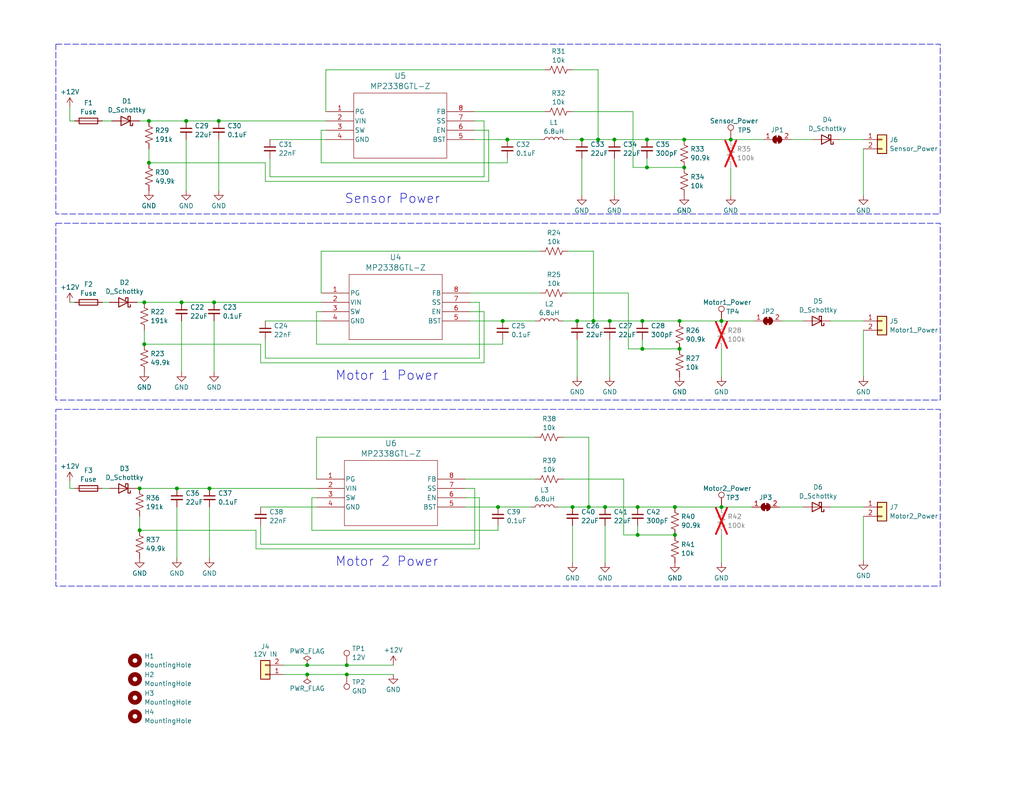
<source format=kicad_sch>
(kicad_sch (version 20230121) (generator eeschema)
  (paper "USLetter")
  (title_block (title "Power Board") (date "2025-02-27") (rev "1.0") (comment 1 "Designed By: Omkar Kulkarni"))
  (lib_symbols
    (symbol "Connector:TestPoint" (pin_numbers hide) (pin_names (offset 0.762) hide)
      (property "Reference" "TP" (at 0 6.858 0))
      (property "Value" "TestPoint" (at 0 5.08 0))
      (symbol "TestPoint_0_1"
        (circle (center 0 3.302) (radius 0.762))
      )
      (symbol "TestPoint_1_1"
        (pin passive line (at 0 0 90) (length 2.54) (name "1") (number "1"))
      )
    )
    (symbol "Connector_Generic:Conn_01x02" (pin_names (offset 1.016) hide)
      (property "Reference" "J" (at 0 2.54 0))
      (property "Value" "Conn_01x02" (at 0 -5.08 0))
      (symbol "Conn_01x02_1_1"
        (rectangle (start -1.27 -2.413) (end 0 -2.667) (stroke (width 0.1524)))
        (rectangle (start -1.27 0.127) (end 0 -0.127) (stroke (width 0.1524)))
        (rectangle (start -1.27 1.27) (end 1.27 -3.81) (stroke (width 0.254)) (fill (type background)))
        (pin passive line (at -5.08 0 0) (length 3.81) (name "Pin_1") (number "1"))
        (pin passive line (at -5.08 -2.54 0) (length 3.81) (name "Pin_2") (number "2"))
      )
    )
    (symbol "Device:C_Small" (pin_numbers hide) (pin_names (offset 0.254) hide)
      (property "Reference" "C" (at 0.254 1.778 0))
      (property "Value" "C_Small" (at 0.254 -2.032 0))
      (symbol "C_Small_0_1"
        (polyline (pts (xy -1.524 -0.508) (xy 1.524 -0.508)) (stroke (width 0.3302)))
        (polyline (pts (xy -1.524 0.508) (xy 1.524 0.508)) (stroke (width 0.3048)))
      )
      (symbol "C_Small_1_1"
        (pin passive line (at 0 2.54 270) (length 2.032) (name "~") (number "1"))
        (pin passive line (at 0 -2.54 90) (length 2.032) (name "~") (number "2"))
      )
    )
    (symbol "Device:D_Schottky" (pin_numbers hide) (pin_names (offset 1.016) hide)
      (property "Reference" "D" (at 0 2.54 0))
      (property "Value" "D_Schottky" (at 0 -2.54 0))
      (symbol "D_Schottky_0_1"
        (polyline (pts (xy 1.27 0) (xy -1.27 0)))
        (polyline (pts (xy 1.27 1.27) (xy 1.27 -1.27) (xy -1.27 0) (xy 1.27 1.27)) (stroke (width 0.254)))
        (polyline (pts (xy -1.905 0.635) (xy -1.905 1.27) (xy -1.27 1.27) (xy -1.27 -1.27) (xy -0.635 -1.27) (xy -0.635 -0.635)) (stroke (width 0.254)))
      )
      (symbol "D_Schottky_1_1"
        (pin passive line (at -3.81 0 0) (length 2.54) (name "K") (number "1"))
        (pin passive line (at 3.81 0 180) (length 2.54) (name "A") (number "2"))
      )
    )
    (symbol "Device:Fuse" (pin_numbers hide) (pin_names (offset 0))
      (property "Reference" "F" (at 2.032 0 90))
      (property "Value" "Fuse" (at -1.905 0 90))
      (symbol "Fuse_0_1"
        (rectangle (start -0.762 -2.54) (end 0.762 2.54) (stroke (width 0.254)))
        (polyline (pts (xy 0 2.54) (xy 0 -2.54)))
      )
      (symbol "Fuse_1_1"
        (pin passive line (at 0 3.81 270) (length 1.27) (name "~") (number "1"))
        (pin passive line (at 0 -3.81 90) (length 1.27) (name "~") (number "2"))
      )
    )
    (symbol "Device:R_US" (pin_numbers hide) (pin_names (offset 0))
      (property "Reference" "R" (at 2.54 0 90))
      (property "Value" "R_US" (at -2.54 0 90))
      (symbol "R_US_0_1"
        (polyline (pts (xy 0 -2.286) (xy 0 -2.54)))
        (polyline (pts (xy 0 2.286) (xy 0 2.54)))
        (polyline (pts (xy 0 -0.762) (xy 1.016 -1.143) (xy 0 -1.524) (xy -1.016 -1.905) (xy 0 -2.286)))
        (polyline (pts (xy 0 0.762) (xy 1.016 0.381) (xy 0 0) (xy -1.016 -0.381) (xy 0 -0.762)))
        (polyline (pts (xy 0 2.286) (xy 1.016 1.905) (xy 0 1.524) (xy -1.016 1.143) (xy 0 0.762)))
      )
      (symbol "R_US_1_1"
        (pin passive line (at 0 3.81 270) (length 1.27) (name "~") (number "1"))
        (pin passive line (at 0 -3.81 90) (length 1.27) (name "~") (number "2"))
      )
    )
    (symbol "Jumper:SolderJumper_2_Bridged" (pin_names (offset 0) hide)
      (property "Reference" "JP" (at 0 2.032 0))
      (property "Value" "SolderJumper_2_Bridged" (at 0 -2.54 0))
      (symbol "SolderJumper_2_Bridged_0_1"
        (rectangle (start -0.508 0.508) (end 0.508 -0.508) (fill (type outline)))
        (arc (start -0.254 1.016) (mid -1.2656 0) (end -0.254 -1.016))
        (arc (start -0.254 1.016) (mid -1.2656 0) (end -0.254 -1.016) (fill (type outline)))
        (polyline (pts (xy -0.254 1.016) (xy -0.254 -1.016)))
        (polyline (pts (xy 0.254 1.016) (xy 0.254 -1.016)))
        (arc (start 0.254 -1.016) (mid 1.2656 0) (end 0.254 1.016))
        (arc (start 0.254 -1.016) (mid 1.2656 0) (end 0.254 1.016) (fill (type outline)))
      )
      (symbol "SolderJumper_2_Bridged_1_1"
        (pin passive line (at -3.81 0 0) (length 2.54) (name "A") (number "1"))
        (pin passive line (at 3.81 0 180) (length 2.54) (name "B") (number "2"))
      )
    )
    (symbol "MP2338GTL-Z:MP2338GTL-Z" (pin_names (offset 0.254))
      (property "Reference" "U" (at 20.32 10.16 0))
      (property "Value" "MP2338GTL-Z" (at 20.32 7.62 0))
      (symbol "MP2338GTL-Z_0_1"
        (polyline (pts (xy 7.62 -12.7) (xy 33.02 -12.7)) (stroke (width 0.127)))
        (polyline (pts (xy 7.62 5.08) (xy 7.62 -12.7)) (stroke (width 0.127)))
        (polyline (pts (xy 33.02 -12.7) (xy 33.02 5.08)) (stroke (width 0.127)))
        (polyline (pts (xy 33.02 5.08) (xy 7.62 5.08)) (stroke (width 0.127)))
        (pin output line (at 0 0 0) (length 7.62) (name "PG") (number "1"))
        (pin power_in line (at 0 -2.54 0) (length 7.62) (name "VIN") (number "2"))
        (pin output line (at 0 -5.08 0) (length 7.62) (name "SW") (number "3"))
        (pin power_in line (at 0 -7.62 0) (length 7.62) (name "GND") (number "4"))
        (pin power_in line (at 40.64 -7.62 180) (length 7.62) (name "BST") (number "5"))
        (pin input line (at 40.64 -5.08 180) (length 7.62) (name "EN") (number "6"))
        (pin output line (at 40.64 0 180) (length 7.62) (name "FB") (number "8"))
      )
      (symbol "MP2338GTL-Z_1_1"
        (pin input line (at 40.64 -2.54 180) (length 7.62) (name "SS") (number "7"))
      )
    )
    (symbol "Mechanical:MountingHole" (pin_names (offset 1.016))
      (property "Reference" "H" (at 0 5.08 0))
      (property "Value" "MountingHole" (at 0 3.175 0))
      (symbol "MountingHole_0_1"
        (circle (center 0 0) (radius 1.27) (stroke (width 1.27)))
      )
    )
    (symbol "device:L" (pin_numbers hide) (pin_names (offset 1.016) hide)
      (property "Reference" "L" (at -1.27 0 90))
      (property "Value" "L" (at 1.905 0 90))
      (symbol "L_0_1"
        (arc (start 0 -2.54) (mid 0.6323 -1.905) (end 0 -1.27))
        (arc (start 0 -1.27) (mid 0.6323 -0.635) (end 0 0))
        (arc (start 0 0) (mid 0.6323 0.635) (end 0 1.27))
        (arc (start 0 1.27) (mid 0.6323 1.905) (end 0 2.54))
      )
      (symbol "L_1_1"
        (pin passive line (at 0 3.81 270) (length 1.27) (name "1") (number "1"))
        (pin passive line (at 0 -3.81 90) (length 1.27) (name "2") (number "2"))
      )
    )
    (symbol "power:+12V" (power) (pin_names (offset 0))
      (property "Value" "+12V" (at 0 3.556 0))
      (symbol "+12V_0_1"
        (polyline (pts (xy -0.762 1.27) (xy 0 2.54)))
        (polyline (pts (xy 0 0) (xy 0 2.54)))
        (polyline (pts (xy 0 2.54) (xy 0.762 1.27)))
      )
      (symbol "+12V_1_1"
        (pin power_in line (at 0 0 90) (length 0) hide (name "+12V") (number "1"))
      )
    )
    (symbol "power:GND" (power) (pin_names (offset 0))
      (property "Value" "GND" (at 0 -3.81 0))
      (symbol "GND_0_1"
        (polyline (pts (xy 0 0) (xy 0 -1.27) (xy 1.27 -1.27) (xy 0 -2.54) (xy -1.27 -1.27) (xy 0 -1.27)))
      )
      (symbol "GND_1_1"
        (pin power_in line (at 0 0 270) (length 0) hide (name "GND") (number "1"))
      )
    )
    (symbol "power:PWR_FLAG" (power) (pin_numbers hide) (pin_names (offset 0) hide)
      (property "Value" "PWR_FLAG" (at 0 3.81 0))
      (symbol "PWR_FLAG_0_0"
        (pin power_out line (at 0 0 90) (length 0) (name "pwr") (number "1"))
      )
      (symbol "PWR_FLAG_0_1"
        (polyline (pts (xy 0 0) (xy 0 1.27) (xy -1.016 1.905) (xy 0 2.54) (xy 1.016 1.905) (xy 0 1.27)))
      )
    )
  )
  (junction (at 166.37 87.63))
  (junction (at 38.1 144.78))
  (junction (at 157.48 87.63))
  (junction (at 83.82 181.61))
  (junction (at 59.69 33.02))
  (junction (at 186.69 38.1))
  (junction (at 48.26 133.35))
  (junction (at 161.925 87.63))
  (junction (at 39.37 82.55))
  (junction (at 173.99 146.05))
  (junction (at 137.16 87.63))
  (junction (at 173.99 138.43))
  (junction (at 176.53 45.72))
  (junction (at 175.26 95.25))
  (junction (at 156.21 138.43))
  (junction (at 167.64 38.1))
  (junction (at 199.39 38.1))
  (junction (at 163.195 38.1))
  (junction (at 175.26 87.63))
  (junction (at 49.53 82.55))
  (junction (at 40.64 44.45))
  (junction (at 94.615 184.15))
  (junction (at 40.64 33.02))
  (junction (at 57.15 133.35))
  (junction (at 185.42 95.25))
  (junction (at 39.37 93.98))
  (junction (at 185.42 87.63))
  (junction (at 50.8 33.02))
  (junction (at 58.42 82.55))
  (junction (at 196.85 138.43))
  (junction (at 160.655 138.43))
  (junction (at 135.89 138.43))
  (junction (at 158.75 38.1))
  (junction (at 186.69 45.72))
  (junction (at 83.82 184.15))
  (junction (at 165.1 138.43))
  (junction (at 196.85 87.63))
  (junction (at 138.43 38.1))
  (junction (at 38.1 133.35))
  (junction (at 176.53 38.1))
  (junction (at 184.15 146.05))
  (junction (at 184.15 138.43))
  (junction (at 94.615 181.61))
  (wire (pts (xy 72.39 44.45) (xy 72.39 49.53)))
  (wire (pts (xy 94.615 181.61) (xy 107.315 181.61)))
  (wire (pts (xy 87.63 35.56) (xy 88.9 35.56)))
  (wire (pts (xy 186.69 38.1) (xy 199.39 38.1)))
  (wire (pts (xy 156.21 19.05) (xy 163.195 19.05)))
  (wire (pts (xy 156.21 138.43) (xy 160.655 138.43)))
  (wire (pts (xy 196.85 95.25) (xy 196.85 102.87)))
  (wire (pts (xy 156.21 143.51) (xy 156.21 153.67)))
  (wire (pts (xy 196.85 146.05) (xy 196.85 153.67)))
  (wire (pts (xy 157.48 92.71) (xy 157.48 102.87)))
  (wire (pts (xy 94.615 184.15) (xy 107.315 184.15)))
  (wire (pts (xy 86.36 119.38) (xy 146.05 119.38)))
  (wire (pts (xy 158.75 38.1) (xy 163.195 38.1)))
  (wire (pts (xy 69.85 144.78) (xy 69.85 149.86)))
  (wire (pts (xy 166.37 92.71) (xy 166.37 102.87)))
  (wire (pts (xy 38.1 33.02) (xy 40.64 33.02)))
  (wire (pts (xy 132.08 33.02) (xy 129.54 33.02)))
  (wire (pts (xy 49.53 82.55) (xy 58.42 82.55)))
  (wire (pts (xy 58.42 82.55) (xy 87.63 82.55)))
  (wire (pts (xy 86.36 93.98) (xy 137.16 93.98)))
  (wire (pts (xy 19.05 82.55) (xy 20.32 82.55)))
  (wire (pts (xy 71.12 148.59) (xy 129.54 148.59)))
  (wire (pts (xy 166.37 87.63) (xy 175.26 87.63)))
  (wire (pts (xy 87.63 44.45) (xy 138.43 44.45)))
  (wire (pts (xy 48.26 133.35) (xy 57.15 133.35)))
  (wire (pts (xy 72.39 87.63) (xy 87.63 87.63)))
  (wire (pts (xy 199.39 45.72) (xy 199.39 53.34)))
  (wire (pts (xy 72.39 49.53) (xy 133.35 49.53)))
  (wire (pts (xy 40.64 40.64) (xy 40.64 44.45)))
  (wire (pts (xy 39.37 93.98) (xy 71.12 93.98)))
  (wire (pts (xy 226.695 87.63) (xy 235.585 87.63)))
  (wire (pts (xy 185.42 87.63) (xy 196.85 87.63)))
  (wire (pts (xy 129.54 30.48) (xy 148.59 30.48)))
  (wire (pts (xy 87.63 80.01) (xy 87.63 68.58)))
  (wire (pts (xy 171.45 95.25) (xy 175.26 95.25)))
  (wire (pts (xy 88.9 19.05) (xy 148.59 19.05)))
  (wire (pts (xy 27.94 82.55) (xy 29.845 82.55)))
  (wire (pts (xy 132.08 48.26) (xy 132.08 33.02)))
  (wire (pts (xy 173.99 138.43) (xy 184.15 138.43)))
  (wire (pts (xy 19.05 133.35) (xy 20.32 133.35)))
  (wire (pts (xy 88.9 30.48) (xy 88.9 19.05)))
  (wire (pts (xy 83.82 181.61) (xy 94.615 181.61)))
  (wire (pts (xy 38.1 140.97) (xy 38.1 144.78)))
  (wire (pts (xy 235.585 140.97) (xy 235.585 153.035)))
  (wire (pts (xy 127 130.81) (xy 146.05 130.81)))
  (wire (pts (xy 212.725 138.43) (xy 219.075 138.43)))
  (wire (pts (xy 137.16 87.63) (xy 128.27 87.63)))
  (wire (pts (xy 172.72 45.72) (xy 176.53 45.72)))
  (wire (pts (xy 69.85 149.86) (xy 130.81 149.86)))
  (wire (pts (xy 160.655 119.38) (xy 160.655 138.43)))
  (wire (pts (xy 130.81 149.86) (xy 130.81 135.89)))
  (wire (pts (xy 161.925 68.58) (xy 161.925 87.63)))
  (wire (pts (xy 152.4 138.43) (xy 156.21 138.43)))
  (wire (pts (xy 50.8 33.02) (xy 59.69 33.02)))
  (wire (pts (xy 37.465 133.35) (xy 38.1 133.35)))
  (wire (pts (xy 184.15 138.43) (xy 196.85 138.43)))
  (wire (pts (xy 71.12 138.43) (xy 86.36 138.43)))
  (wire (pts (xy 235.585 40.64) (xy 235.585 53.34)))
  (wire (pts (xy 130.81 82.55) (xy 128.27 82.55)))
  (wire (pts (xy 72.39 92.71) (xy 72.39 97.79)))
  (wire (pts (xy 196.85 87.63) (xy 205.74 87.63)))
  (wire (pts (xy 77.47 181.61) (xy 83.82 181.61)))
  (wire (pts (xy 156.21 30.48) (xy 172.72 30.48)))
  (wire (pts (xy 40.64 44.45) (xy 72.39 44.45)))
  (wire (pts (xy 167.64 43.18) (xy 167.64 53.34)))
  (wire (pts (xy 172.72 30.48) (xy 172.72 45.72)))
  (wire (pts (xy 138.43 38.1) (xy 147.32 38.1)))
  (wire (pts (xy 135.89 143.51) (xy 135.89 144.78)))
  (wire (pts (xy 37.465 82.55) (xy 39.37 82.55)))
  (wire (pts (xy 50.8 38.1) (xy 50.8 52.07)))
  (wire (pts (xy 160.655 138.43) (xy 165.1 138.43)))
  (wire (pts (xy 137.16 87.63) (xy 146.05 87.63)))
  (wire (pts (xy 173.99 143.51) (xy 173.99 146.05)))
  (wire (pts (xy 129.54 133.35) (xy 127 133.35)))
  (wire (pts (xy 154.94 38.1) (xy 158.75 38.1)))
  (wire (pts (xy 163.195 19.05) (xy 163.195 38.1)))
  (wire (pts (xy 226.695 138.43) (xy 235.585 138.43)))
  (wire (pts (xy 73.66 43.18) (xy 73.66 48.26)))
  (wire (pts (xy 19.05 33.02) (xy 20.32 33.02)))
  (wire (pts (xy 132.08 85.09) (xy 128.27 85.09)))
  (wire (pts (xy 73.66 38.1) (xy 88.9 38.1)))
  (wire (pts (xy 87.63 44.45) (xy 87.63 35.56)))
  (wire (pts (xy 196.85 138.43) (xy 205.105 138.43)))
  (wire (pts (xy 165.1 138.43) (xy 173.99 138.43)))
  (wire (pts (xy 128.27 80.01) (xy 147.32 80.01)))
  (wire (pts (xy 85.09 135.89) (xy 86.36 135.89)))
  (wire (pts (xy 161.925 87.63) (xy 166.37 87.63)))
  (wire (pts (xy 130.81 97.79) (xy 130.81 82.55)))
  (wire (pts (xy 57.15 133.35) (xy 86.36 133.35)))
  (wire (pts (xy 153.67 87.63) (xy 157.48 87.63)))
  (wire (pts (xy 137.16 92.71) (xy 137.16 93.98)))
  (wire (pts (xy 157.48 87.63) (xy 161.925 87.63)))
  (wire (pts (xy 158.75 43.18) (xy 158.75 53.34)))
  (wire (pts (xy 38.1 144.78) (xy 69.85 144.78)))
  (wire (pts (xy 71.12 93.98) (xy 71.12 99.06)))
  (wire (pts (xy 49.53 87.63) (xy 49.53 101.6)))
  (wire (pts (xy 77.47 184.15) (xy 83.82 184.15)))
  (wire (pts (xy 138.43 43.18) (xy 138.43 44.45)))
  (wire (pts (xy 176.53 45.72) (xy 186.69 45.72)))
  (wire (pts (xy 86.36 130.81) (xy 86.36 119.38)))
  (wire (pts (xy 173.99 146.05) (xy 184.15 146.05)))
  (wire (pts (xy 229.235 38.1) (xy 235.585 38.1)))
  (wire (pts (xy 86.36 93.98) (xy 86.36 85.09)))
  (wire (pts (xy 58.42 87.63) (xy 58.42 101.6)))
  (wire (pts (xy 71.12 143.51) (xy 71.12 148.59)))
  (wire (pts (xy 40.64 33.02) (xy 50.8 33.02)))
  (wire (pts (xy 153.67 130.81) (xy 170.18 130.81)))
  (wire (pts (xy 235.585 90.17) (xy 235.585 102.87)))
  (wire (pts (xy 199.39 38.1) (xy 208.28 38.1)))
  (wire (pts (xy 176.53 43.18) (xy 176.53 45.72)))
  (wire (pts (xy 57.15 138.43) (xy 57.15 152.4)))
  (wire (pts (xy 38.1 133.35) (xy 48.26 133.35)))
  (wire (pts (xy 175.26 92.71) (xy 175.26 95.25)))
  (wire (pts (xy 154.94 68.58) (xy 161.925 68.58)))
  (wire (pts (xy 165.1 143.51) (xy 165.1 153.67)))
  (wire (pts (xy 27.94 133.35) (xy 29.845 133.35)))
  (wire (pts (xy 48.26 138.43) (xy 48.26 152.4)))
  (wire (pts (xy 163.195 38.1) (xy 167.64 38.1)))
  (wire (pts (xy 130.81 135.89) (xy 127 135.89)))
  (wire (pts (xy 170.18 130.81) (xy 170.18 146.05)))
  (wire (pts (xy 87.63 68.58) (xy 147.32 68.58)))
  (wire (pts (xy 85.09 144.78) (xy 135.89 144.78)))
  (wire (pts (xy 19.05 29.21) (xy 19.05 33.02)))
  (wire (pts (xy 71.12 99.06) (xy 132.08 99.06)))
  (wire (pts (xy 215.9 38.1) (xy 221.615 38.1)))
  (wire (pts (xy 167.64 38.1) (xy 176.53 38.1)))
  (wire (pts (xy 86.36 85.09) (xy 87.63 85.09)))
  (wire (pts (xy 133.35 35.56) (xy 129.54 35.56)))
  (wire (pts (xy 135.89 138.43) (xy 127 138.43)))
  (wire (pts (xy 72.39 97.79) (xy 130.81 97.79)))
  (wire (pts (xy 59.69 33.02) (xy 88.9 33.02)))
  (wire (pts (xy 83.82 184.15) (xy 94.615 184.15)))
  (wire (pts (xy 154.94 80.01) (xy 171.45 80.01)))
  (wire (pts (xy 59.69 38.1) (xy 59.69 52.07)))
  (wire (pts (xy 39.37 90.17) (xy 39.37 93.98)))
  (wire (pts (xy 176.53 38.1) (xy 186.69 38.1)))
  (wire (pts (xy 135.89 138.43) (xy 144.78 138.43)))
  (wire (pts (xy 175.26 95.25) (xy 185.42 95.25)))
  (wire (pts (xy 39.37 82.55) (xy 49.53 82.55)))
  (wire (pts (xy 27.94 33.02) (xy 30.48 33.02)))
  (wire (pts (xy 73.66 48.26) (xy 132.08 48.26)))
  (wire (pts (xy 175.26 87.63) (xy 185.42 87.63)))
  (wire (pts (xy 138.43 38.1) (xy 129.54 38.1)))
  (wire (pts (xy 170.18 146.05) (xy 173.99 146.05)))
  (wire (pts (xy 19.05 131.445) (xy 19.05 133.35)))
  (wire (pts (xy 213.36 87.63) (xy 219.075 87.63)))
  (wire (pts (xy 171.45 80.01) (xy 171.45 95.25)))
  (wire (pts (xy 132.08 99.06) (xy 132.08 85.09)))
  (wire (pts (xy 133.35 49.53) (xy 133.35 35.56)))
  (wire (pts (xy 153.67 119.38) (xy 160.655 119.38)))
  (wire (pts (xy 85.09 144.78) (xy 85.09 135.89)))
  (wire (pts (xy 129.54 148.59) (xy 129.54 133.35)))
  (rectangle (start 15.24 12.065) (end 256.54 58.42) (stroke (width 0) (type dash)))
  (rectangle (start 15.24 60.96) (end 256.54 109.22) (stroke (width 0) (type dash)))
  (rectangle (start 15.24 111.76) (end 256.54 160.02) (stroke (width 0) (type dash)))
  (text "Motor 2 Power" (at 91.44 154.94 0) (effects (font (size 2.54 2.54)) (justify left bottom)))
  (text "Motor 1 Power" (at 91.44 104.14 0) (effects (font (size 2.54 2.54)) (justify left bottom)))
  (text "Sensor Power" (at 93.98 55.88 0) (effects (font (size 2.54 2.54)) (justify left bottom)))
  (symbol (lib_id "Device:C_Small") (at 71.12 140.97 0) (unit 1)
    (property "Reference" "C38" (at 73.4441 139.7642 0) (effects (justify left)))
    (property "Value" "22nF" (at 73.4441 142.1884 0) (effects (justify left)))
    (property "Footprint" "Capacitor_SMD:C_0805_2012Metric" (effects hide))
    (property "Link" "https://www.digikey.com/en/products/detail/kemet/C0805C223F3GECAUTO/8647267" (effects hide))
    (property "MPN" "C0805C223F3GECAUTO" (effects hide))
  )
  (symbol (lib_id "Device:R_US") (at 185.42 91.44 0) (unit 1)
    (property "Reference" "R26" (at 187.071 90.2279 0) (effects (justify left)))
    (property "Value" "90.9k" (at 187.071 92.6521 0) (effects (justify left)))
    (property "Footprint" "Resistor_SMD:R_1206_3216Metric" (effects hide))
    (property "Link" "https://www.digikey.com/en/products/detail/stackpole-electronics-inc/RNCP1206FTD90K9/2240402" (effects hide))
    (property "MPN" "RNCP1206FTD90K9" (effects hide))
  )
  (symbol (lib_id "power:GND") (at 166.37 102.87 0) (unit 1)
    (property "Reference" "#PWR032" (effects hide))
    (property "Value" "GND" (at 166.37 107.0031 0))
  )
  (symbol (lib_id "MP2338GTL-Z:MP2338GTL-Z") (at 88.9 30.48 0) (unit 1)
    (property "Reference" "U5" (at 109.22 20.7063 0) (effects (font (size 1.524 1.524))))
    (property "Value" "MP2338GTL-Z" (at 109.22 23.5391 0) (effects (font (size 1.524 1.524))))
    (property "Footprint" "SOT583_MP2338_MNP" (effects hide))
    (property "Datasheet" "MP2338GTL-Z" (effects hide))
    (property "Link" "https://www.digikey.com/en/products/detail/monolithic-power-systems-inc/MP2338GTL-Z/15966227" (effects hide))
    (property "MPN" "MP2338GTL-Z" (effects hide))
  )
  (symbol (lib_id "Mechanical:MountingHole") (at 36.83 190.5 0) (unit 1)
    (property "Reference" "H3" (at 39.37 189.2879 0) (effects (justify left)))
    (property "Value" "MountingHole" (at 39.37 191.7121 0) (effects (justify left)))
    (property "Footprint" "MountingHole:MountingHole_3.2mm_M3" (effects hide))
    (property "Link" "NA" (effects hide))
    (property "MPN" "NA" (effects hide))
  )
  (symbol (lib_id "Device:D_Schottky") (at 33.655 82.55 180) (unit 1)
    (property "Reference" "D2" (at 33.9725 77.1357 0))
    (property "Value" "D_Schottky" (at 33.9725 79.5599 0))
    (property "Footprint" "VS_30BQ015_M3_9AT:VS_30BQ015_M3_9AT" (effects hide))
    (property "Link" "https://www.digikey.com/en/products/detail/vishay-general-semiconductor-diodes-division/VS-30BQ015-M3-9AT/4933664" (effects hide))
    (property "MPN" "VS-30BQ015-M3/9AT" (effects hide))
  )
  (symbol (lib_id "Jumper:SolderJumper_2_Bridged") (at 209.55 87.63 0) (unit 1)
    (property "Reference" "JP2" (at 209.55 85.0209 0))
    (property "Value" "SolderJumper_2_Bridged" (effects hide))
    (property "Footprint" "Jumper:SolderJumper-2_P1.3mm_Bridged_RoundedPad1.0x1.5mm" (effects hide))
    (property "Link" "NA" (effects hide))
    (property "MPN" "NA" (effects hide))
  )
  (symbol (lib_id "Device:C_Small") (at 50.8 35.56 0) (unit 1)
    (property "Reference" "C29" (at 53.1241 34.3542 0) (effects (justify left)))
    (property "Value" "22uF" (at 53.1241 36.7784 0) (effects (justify left)))
    (property "Footprint" "Capacitor_SMD:C_0805_2012Metric" (effects hide))
    (property "Link" "https://www.digikey.com/en/products/detail/samsung-electro-mechanics/CL21A226MAYNNNE/10479857" (effects hide))
    (property "MPN" "CL21A226MAYNNNE" (effects hide))
  )
  (symbol (lib_id "Device:R_US") (at 199.39 41.91 0) (unit 1) (dnp yes)
    (property "Reference" "R35" (at 201.041 40.6979 0) (effects (justify left)))
    (property "Value" "100k" (at 201.041 43.1221 0) (effects (justify left)))
    (property "Footprint" "Resistor_SMD:R_0805_2012Metric" (effects hide))
    (property "Link" "https://www.digikey.com/en/products/detail/yageo/RC0805FR-07100KL/727544" (effects hide))
    (property "MPN" "RC0805FR-07100KL" (effects hide))
  )
  (symbol (lib_id "power:GND") (at 199.39 53.34 0) (unit 1)
    (property "Reference" "#PWR042" (effects hide))
    (property "Value" "GND" (at 199.39 57.4731 0))
  )
  (symbol (lib_id "Device:R_US") (at 40.64 36.83 0) (unit 1)
    (property "Reference" "R29" (at 42.291 35.6179 0) (effects (justify left)))
    (property "Value" "191k" (at 42.291 38.0421 0) (effects (justify left)))
    (property "Footprint" "Resistor_SMD:R_1210_3225Metric" (effects hide))
    (property "Link" "https://www.digikey.com/en/products/detail/panasonic-electronic-components/ERJ-14NF1913U/383936" (effects hide))
    (property "MPN" "ERJ-14NF1913U" (effects hide))
  )
  (symbol (lib_id "device:L") (at 149.86 87.63 90) (unit 1)
    (property "Reference" "L2" (at 149.86 82.9804 90))
    (property "Value" "6.8uH" (at 149.86 85.4046 90))
    (property "Footprint" "7447786006:WE-PD_6050R" (effects hide))
    (property "Link" "https://www.digikey.com/en/products/detail/w%C3%BCrth-elektronik/7447786006/2714734" (effects hide))
    (property "MPN" "7447786006" (effects hide))
  )
  (symbol (lib_id "power:GND") (at 158.75 53.34 0) (unit 1)
    (property "Reference" "#PWR039" (effects hide))
    (property "Value" "GND" (at 158.75 57.4731 0))
  )
  (symbol (lib_id "Device:C_Small") (at 173.99 140.97 0) (unit 1)
    (property "Reference" "C42" (at 176.3141 139.7642 0) (effects (justify left)))
    (property "Value" "300pF" (at 176.3141 142.1884 0) (effects (justify left)))
    (property "Footprint" "Capacitor_SMD:C_0805_2012Metric" (effects hide))
    (property "Link" "https://www.digikey.com/en/products/detail/kyocera-avx/08053C301JAT2A/1602220" (effects hide))
    (property "MPN" "08053C301JAT2A" (effects hide))
  )
  (symbol (lib_id "power:GND") (at 157.48 102.87 0) (unit 1)
    (property "Reference" "#PWR031" (effects hide))
    (property "Value" "GND" (at 157.48 107.0031 0))
  )
  (symbol (lib_id "power:GND") (at 48.26 152.4 0) (unit 1)
    (property "Reference" "#PWR045" (effects hide))
    (property "Value" "GND" (at 48.26 156.5331 0))
  )
  (symbol (lib_id "power:GND") (at 38.1 152.4 0) (unit 1)
    (property "Reference" "#PWR044" (effects hide))
    (property "Value" "GND" (at 38.1 156.5331 0))
  )
  (symbol (lib_id "Device:D_Schottky") (at 222.885 138.43 180) (unit 1)
    (property "Reference" "D6" (at 223.2025 133.0157 0))
    (property "Value" "D_Schottky" (at 223.2025 135.4399 0))
    (property "Footprint" "VS_30BQ015_M3_9AT:VS_30BQ015_M3_9AT" (effects hide))
    (property "Link" "https://www.digikey.com/en/products/detail/vishay-general-semiconductor-diodes-division/VS-30BQ015-M3-9AT/4933664" (effects hide))
    (property "MPN" "VS-30BQ015-M3/9AT" (effects hide))
  )
  (symbol (lib_id "power:GND") (at 186.69 53.34 0) (unit 1)
    (property "Reference" "#PWR041" (effects hide))
    (property "Value" "GND" (at 186.69 57.4731 0))
  )
  (symbol (lib_id "Device:C_Small") (at 137.16 90.17 0) (unit 1)
    (property "Reference" "C25" (at 139.4841 88.9642 0) (effects (justify left)))
    (property "Value" "0.1uF" (at 139.4841 91.3884 0) (effects (justify left)))
    (property "Footprint" "Capacitor_SMD:C_0603_1608Metric" (effects hide))
    (property "Link" "https://www.digikey.com/en/products/detail/kemet/C0603C103F3GECAUTO/6826352" (effects hide))
    (property "MPN" "C0603C103F3GECAUTO" (effects hide))
  )
  (symbol (lib_id "Connector:TestPoint") (at 199.39 38.1 0) (unit 1)
    (property "Reference" "TP5" (at 201.295 35.56 0) (effects (justify left)))
    (property "Value" "Sensor_Power" (at 193.675 33.02 0) (effects (justify left)))
    (property "Footprint" "TestPoint:TestPoint_Keystone_5010-5014_Multipurpose" (effects hide))
    (property "Link" "https://www.digikey.com/en/products/detail/keystone-electronics/5010/255332?gclsrc=aw.ds&&utm_adgroup=&utm_source=google&utm_medium=cpc&utm_campaign=PMax%20Shopping_Product_Medium%20ROAS%20Categories&utm_term=&utm_content=&utm_id=go_cmp-20223376311_adg-_ad-__dev-c_ext-_prd-255332_sig-CjwKCAiAt4C-BhBcEiwA8Kp0CbzsEWT3nk7iC0J-ow0SlwB4PQSze-ccz_Xyo3ZLwG__21KM-jsM1hoC9VQQAvD_BwE&gad_source=1&gclid=CjwKCAiAt4C-BhBcEiwA8Kp0CbzsEWT3nk7iC0J-ow0SlwB4PQSze-ccz_Xyo3ZLwG__21KM-jsM1hoC9VQQAvD_BwE&gclsrc=aw.ds" (effects hide))
    (property "MPN" "36-5011-ND" (effects hide))
  )
  (symbol (lib_id "Device:D_Schottky") (at 222.885 87.63 180) (unit 1)
    (property "Reference" "D5" (at 223.2025 82.2157 0))
    (property "Value" "D_Schottky" (at 223.2025 84.6399 0))
    (property "Footprint" "VS_30BQ015_M3_9AT:VS_30BQ015_M3_9AT" (effects hide))
    (property "Link" "https://www.digikey.com/en/products/detail/vishay-general-semiconductor-diodes-division/VS-30BQ015-M3-9AT/4933664" (effects hide))
    (property "MPN" "VS-30BQ015-M3/9AT" (effects hide))
  )
  (symbol (lib_id "power:GND") (at 107.315 184.15 0) (unit 1)
    (property "Reference" "#PWR025" (effects hide))
    (property "Value" "GND" (at 107.315 188.2831 0))
  )
  (symbol (lib_id "Device:C_Small") (at 175.26 90.17 0) (unit 1)
    (property "Reference" "C28" (at 177.5841 88.9642 0) (effects (justify left)))
    (property "Value" "300pF" (at 177.5841 91.3884 0) (effects (justify left)))
    (property "Footprint" "Capacitor_SMD:C_0805_2012Metric" (effects hide))
    (property "Link" "https://www.digikey.com/en/products/detail/kyocera-avx/08053C301JAT2A/1602220" (effects hide))
    (property "MPN" "08053C301JAT2A" (effects hide))
  )
  (symbol (lib_id "power:+12V") (at 19.05 29.21 0) (unit 1)
    (property "Reference" "#PWR035" (effects hide))
    (property "Value" "+12V" (at 19.05 25.0769 0))
  )
  (symbol (lib_id "power:GND") (at 59.69 52.07 0) (unit 1)
    (property "Reference" "#PWR038" (effects hide))
    (property "Value" "GND" (at 59.69 56.2031 0))
  )
  (symbol (lib_id "Device:R_US") (at 39.37 97.79 0) (unit 1)
    (property "Reference" "R23" (at 41.021 96.5779 0) (effects (justify left)))
    (property "Value" "49.9k" (at 41.021 99.0021 0) (effects (justify left)))
    (property "Footprint" "Resistor_SMD:R_2512_6332Metric" (effects hide))
    (property "Link" "https://www.digikey.com/en/products/detail/stackpole-electronics-inc/RMCF2512FT49K9/1716643" (effects hide))
    (property "MPN" "RMCF2512FT49K9" (effects hide))
  )
  (symbol (lib_id "Device:R_US") (at 40.64 48.26 0) (unit 1)
    (property "Reference" "R30" (at 42.291 47.0479 0) (effects (justify left)))
    (property "Value" "49.9k" (at 42.291 49.4721 0) (effects (justify left)))
    (property "Footprint" "Resistor_SMD:R_2512_6332Metric" (effects hide))
    (property "Link" "https://www.digikey.com/en/products/detail/stackpole-electronics-inc/RMCF2512FT49K9/1716643" (effects hide))
    (property "MPN" "RMCF2512FT49K9" (effects hide))
  )
  (symbol (lib_id "power:GND") (at 167.64 53.34 0) (unit 1)
    (property "Reference" "#PWR040" (effects hide))
    (property "Value" "GND" (at 167.64 57.4731 0))
  )
  (symbol (lib_id "Device:R_US") (at 151.13 68.58 90) (unit 1)
    (property "Reference" "R24" (at 151.13 63.5467 90))
    (property "Value" "10k" (at 151.13 65.9709 90))
    (property "Footprint" "Resistor_SMD:R_1206_3216Metric" (effects hide))
    (property "Link" "https://www.digikey.com/en/products/detail/susumu/HRG3216P-1002-B-T1/5762469" (effects hide))
    (property "MPN" "HRG3216P-1002-B-T1" (effects hide))
  )
  (symbol (lib_id "Device:R_US") (at 185.42 99.06 0) (unit 1)
    (property "Reference" "R27" (at 187.071 97.8479 0) (effects (justify left)))
    (property "Value" "10k" (at 187.071 100.2721 0) (effects (justify left)))
    (property "Footprint" "Resistor_SMD:R_1206_3216Metric" (effects hide))
    (property "Link" "https://www.digikey.com/en/products/detail/susumu/HRG3216P-1002-B-T1/5762469" (effects hide))
    (property "MPN" "HRG3216P-1002-B-T1" (effects hide))
  )
  (symbol (lib_id "Device:C_Small") (at 176.53 40.64 0) (unit 1)
    (property "Reference" "C35" (at 178.8541 39.4342 0) (effects (justify left)))
    (property "Value" "300pF" (at 178.8541 41.8584 0) (effects (justify left)))
    (property "Footprint" "Capacitor_SMD:C_0805_2012Metric" (effects hide))
    (property "Link" "https://www.digikey.com/en/products/detail/kyocera-avx/08053C301JAT2A/1602220" (effects hide))
    (property "MPN" "08053C301JAT2A" (effects hide))
  )
  (symbol (lib_id "power:GND") (at 196.85 153.67 0) (unit 1)
    (property "Reference" "#PWR050" (effects hide))
    (property "Value" "GND" (at 196.85 157.8031 0))
  )
  (symbol (lib_id "Connector_Generic:Conn_01x02") (at 240.665 87.63 0) (unit 1)
    (property "Reference" "J5" (at 242.697 87.6879 0) (effects (justify left)))
    (property "Value" "Motor1_Power" (at 242.697 90.1121 0) (effects (justify left)))
    (property "Footprint" "Connector_Molex:Molex_KK-254_AE-6410-02A_1x02_P2.54mm_Vertical" (effects hide))
    (property "Link" "https://www.digikey.com/en/products/detail/molex/1718560102/10482310" (effects hide))
    (property "MPN" "1718560102" (effects hide))
  )
  (symbol (lib_id "Device:R_US") (at 152.4 30.48 90) (unit 1)
    (property "Reference" "R32" (at 152.4 25.4467 90))
    (property "Value" "10k" (at 152.4 27.8709 90))
    (property "Footprint" "Resistor_SMD:R_1206_3216Metric" (effects hide))
    (property "Link" "https://www.digikey.com/en/products/detail/susumu/HRG3216P-1002-B-T1/5762469" (effects hide))
    (property "MPN" "HRG3216P-1002-B-T1" (effects hide))
  )
  (symbol (lib_id "Connector_Generic:Conn_01x02") (at 240.665 38.1 0) (unit 1)
    (property "Reference" "J6" (at 242.697 38.1579 0) (effects (justify left)))
    (property "Value" "Sensor_Power" (at 242.697 40.5821 0) (effects (justify left)))
    (property "Footprint" "Connector_Molex:Molex_KK-254_AE-6410-02A_1x02_P2.54mm_Vertical" (effects hide))
    (property "Link" "https://www.digikey.com/en/products/detail/molex/1718560102/10482310" (effects hide))
    (property "MPN" "1718560102" (effects hide))
  )
  (symbol (lib_id "power:GND") (at 235.585 53.34 0) (unit 1)
    (property "Reference" "#PWR01" (effects hide))
    (property "Value" "GND" (at 235.585 57.4731 0))
  )
  (symbol (lib_id "Device:C_Small") (at 156.21 140.97 0) (unit 1)
    (property "Reference" "C40" (at 158.5341 139.7642 0) (effects (justify left)))
    (property "Value" "22uF" (at 158.5341 142.1884 0) (effects (justify left)))
    (property "Footprint" "Capacitor_SMD:C_0805_2012Metric" (effects hide))
    (property "Link" "https://www.digikey.com/en/products/detail/samsung-electro-mechanics/CL21A226MAYNNNE/10479857" (effects hide))
    (property "MPN" "CL21A226MAYNNNE" (effects hide))
  )
  (symbol (lib_id "power:GND") (at 39.37 101.6 0) (unit 1)
    (property "Reference" "#PWR028" (effects hide))
    (property "Value" "GND" (at 39.37 105.7331 0))
  )
  (symbol (lib_id "Device:C_Small") (at 138.43 40.64 0) (unit 1)
    (property "Reference" "C32" (at 140.7541 39.4342 0) (effects (justify left)))
    (property "Value" "0.1uF" (at 140.7541 41.8584 0) (effects (justify left)))
    (property "Footprint" "Capacitor_SMD:C_0603_1608Metric" (effects hide))
    (property "Link" "https://www.digikey.com/en/products/detail/kemet/C0603C103F3GECAUTO/6826352" (effects hide))
    (property "MPN" "C0603C103F3GECAUTO" (effects hide))
  )
  (symbol (lib_id "power:GND") (at 57.15 152.4 0) (unit 1)
    (property "Reference" "#PWR046" (effects hide))
    (property "Value" "GND" (at 57.15 156.5331 0))
  )
  (symbol (lib_id "Device:R_US") (at 186.69 41.91 0) (unit 1)
    (property "Reference" "R33" (at 188.341 40.6979 0) (effects (justify left)))
    (property "Value" "90.9k" (at 188.341 43.1221 0) (effects (justify left)))
    (property "Footprint" "Resistor_SMD:R_1206_3216Metric" (effects hide))
    (property "Link" "https://www.digikey.com/en/products/detail/stackpole-electronics-inc/RNCP1206FTD90K9/2240402" (effects hide))
    (property "MPN" "RNCP1206FTD90K9" (effects hide))
  )
  (symbol (lib_id "power:GND") (at 58.42 101.6 0) (unit 1)
    (property "Reference" "#PWR030" (effects hide))
    (property "Value" "GND" (at 58.42 105.7331 0))
  )
  (symbol (lib_id "power:GND") (at 184.15 153.67 0) (unit 1)
    (property "Reference" "#PWR049" (effects hide))
    (property "Value" "GND" (at 184.15 157.8031 0))
  )
  (symbol (lib_id "Device:C_Small") (at 135.89 140.97 0) (unit 1)
    (property "Reference" "C39" (at 138.2141 139.7642 0) (effects (justify left)))
    (property "Value" "0.1uF" (at 138.2141 142.1884 0) (effects (justify left)))
    (property "Footprint" "Capacitor_SMD:C_0603_1608Metric" (effects hide))
    (property "Link" "https://www.digikey.com/en/products/detail/kemet/C0603C103F3GECAUTO/6826352" (effects hide))
    (property "MPN" "C0603C103F3GECAUTO" (effects hide))
  )
  (symbol (lib_id "power:GND") (at 235.585 102.87 0) (unit 1)
    (property "Reference" "#PWR02" (effects hide))
    (property "Value" "GND" (at 235.585 107.0031 0))
  )
  (symbol (lib_id "Device:R_US") (at 38.1 148.59 0) (unit 1)
    (property "Reference" "R37" (at 39.751 147.3779 0) (effects (justify left)))
    (property "Value" "49.9k" (at 39.751 149.8021 0) (effects (justify left)))
    (property "Footprint" "Resistor_SMD:R_2512_6332Metric" (effects hide))
    (property "Link" "https://www.digikey.com/en/products/detail/stackpole-electronics-inc/RMCF2512FT49K9/1716643" (effects hide))
    (property "MPN" "RMCF2512FT49K9" (effects hide))
  )
  (symbol (lib_id "power:+12V") (at 107.315 181.61 0) (unit 1)
    (property "Reference" "#PWR026" (effects hide))
    (property "Value" "+12V" (at 107.315 177.4769 0))
  )
  (symbol (lib_id "Device:C_Small") (at 73.66 40.64 0) (unit 1)
    (property "Reference" "C31" (at 75.9841 39.4342 0) (effects (justify left)))
    (property "Value" "22nF" (at 75.9841 41.8584 0) (effects (justify left)))
    (property "Footprint" "Capacitor_SMD:C_0805_2012Metric" (effects hide))
    (property "Link" "https://www.digikey.com/en/products/detail/kemet/C0805C223F3GECAUTO/8647267" (effects hide))
    (property "MPN" "C0805C223F3GECAUTO" (effects hide))
  )
  (symbol (lib_id "device:L") (at 148.59 138.43 90) (unit 1)
    (property "Reference" "L3" (at 148.59 133.7804 90))
    (property "Value" "6.8uH" (at 148.59 136.2046 90))
    (property "Footprint" "7447786006:WE-PD_6050R" (effects hide))
    (property "Link" "https://www.digikey.com/en/products/detail/w%C3%BCrth-elektronik/7447786006/2714734" (effects hide))
    (property "MPN" "7447786006" (effects hide))
  )
  (symbol (lib_id "Device:R_US") (at 149.86 130.81 90) (unit 1)
    (property "Reference" "R39" (at 149.86 125.7767 90))
    (property "Value" "10k" (at 149.86 128.2009 90))
    (property "Footprint" "Resistor_SMD:R_1206_3216Metric" (effects hide))
    (property "Link" "https://www.digikey.com/en/products/detail/susumu/HRG3216P-1002-B-T1/5762469" (effects hide))
    (property "MPN" "HRG3216P-1002-B-T1" (effects hide))
  )
  (symbol (lib_id "power:PWR_FLAG") (at 83.82 181.61 0) (unit 1)
    (property "Reference" "#FLG01" (effects hide))
    (property "Value" "PWR_FLAG" (at 83.82 177.8 0))
  )
  (symbol (lib_id "power:+12V") (at 19.05 131.445 0) (unit 1)
    (property "Reference" "#PWR043" (effects hide))
    (property "Value" "+12V" (at 19.05 127.3119 0))
  )
  (symbol (lib_id "Device:Fuse") (at 24.13 82.55 90) (unit 1)
    (property "Reference" "F2" (at 24.13 77.6437 90))
    (property "Value" "Fuse" (at 24.13 80.0679 90))
    (property "Footprint" "4628:FUSE_4628" (effects hide))
    (property "Link" "https://www.digikey.com/en/products/detail/keystone-electronics/4628/2137316" (effects hide))
    (property "MPN" "36-4628-ND" (effects hide))
  )
  (symbol (lib_id "power:GND") (at 196.85 102.87 0) (unit 1)
    (property "Reference" "#PWR034" (effects hide))
    (property "Value" "GND" (at 196.85 107.0031 0))
  )
  (symbol (lib_id "Device:C_Small") (at 59.69 35.56 0) (unit 1)
    (property "Reference" "C30" (at 62.0141 34.3542 0) (effects (justify left)))
    (property "Value" "0.1uF" (at 62.0141 36.7784 0) (effects (justify left)))
    (property "Footprint" "Capacitor_SMD:C_0603_1608Metric" (effects hide))
    (property "Link" "https://www.digikey.com/en/products/detail/kemet/C0603C103F3GECAUTO/6826352" (effects hide))
    (property "MPN" "C0603C103F3GECAUTO" (effects hide))
  )
  (symbol (lib_id "Device:C_Small") (at 58.42 85.09 0) (unit 1)
    (property "Reference" "C23" (at 60.7441 83.8842 0) (effects (justify left)))
    (property "Value" "0.1uF" (at 60.7441 86.3084 0) (effects (justify left)))
    (property "Footprint" "Capacitor_SMD:C_0603_1608Metric" (effects hide))
    (property "Link" "https://www.digikey.com/en/products/detail/kemet/C0603C103F3GECAUTO/6826352" (effects hide))
    (property "MPN" "C0603C103F3GECAUTO" (effects hide))
  )
  (symbol (lib_id "Mechanical:MountingHole") (at 36.83 185.42 0) (unit 1)
    (property "Reference" "H2" (at 39.37 184.2079 0) (effects (justify left)))
    (property "Value" "MountingHole" (at 39.37 186.6321 0) (effects (justify left)))
    (property "Footprint" "MountingHole:MountingHole_3.2mm_M3" (effects hide))
    (property "Link" "NA" (effects hide))
    (property "MPN" "NA" (effects hide))
  )
  (symbol (lib_id "Device:R_US") (at 38.1 137.16 0) (unit 1)
    (property "Reference" "R36" (at 39.751 135.9479 0) (effects (justify left)))
    (property "Value" "191k" (at 39.751 138.3721 0) (effects (justify left)))
    (property "Footprint" "Resistor_SMD:R_1210_3225Metric" (effects hide))
    (property "Link" "https://www.digikey.com/en/products/detail/panasonic-electronic-components/ERJ-14NF1913U/383936" (effects hide))
    (property "MPN" "ERJ-14NF1913U" (effects hide))
  )
  (symbol (lib_id "Device:R_US") (at 152.4 19.05 90) (unit 1)
    (property "Reference" "R31" (at 152.4 14.0167 90))
    (property "Value" "10k" (at 152.4 16.4409 90))
    (property "Footprint" "Resistor_SMD:R_1206_3216Metric" (effects hide))
    (property "Link" "https://www.digikey.com/en/products/detail/susumu/HRG3216P-1002-B-T1/5762469" (effects hide))
    (property "MPN" "HRG3216P-1002-B-T1" (effects hide))
  )
  (symbol (lib_id "Device:D_Schottky") (at 34.29 33.02 180) (unit 1)
    (property "Reference" "D1" (at 34.6075 27.6057 0))
    (property "Value" "D_Schottky" (at 34.6075 30.0299 0))
    (property "Footprint" "VS_30BQ015_M3_9AT:VS_30BQ015_M3_9AT" (effects hide))
    (property "Link" "https://www.digikey.com/en/products/detail/vishay-general-semiconductor-diodes-division/VS-30BQ015-M3-9AT/4933664" (effects hide))
    (property "MPN" "VS-30BQ015-M3/9AT" (effects hide))
  )
  (symbol (lib_id "power:GND") (at 235.585 153.035 0) (unit 1)
    (property "Reference" "#PWR03" (effects hide))
    (property "Value" "GND" (at 235.585 157.1681 0))
  )
  (symbol (lib_id "Jumper:SolderJumper_2_Bridged") (at 208.915 138.43 0) (unit 1)
    (property "Reference" "JP3" (at 208.915 135.8209 0))
    (property "Value" "SolderJumper_2_Bridged" (effects hide))
    (property "Footprint" "Jumper:SolderJumper-2_P1.3mm_Bridged_RoundedPad1.0x1.5mm" (effects hide))
    (property "Link" "NA" (effects hide))
    (property "MPN" "NA" (effects hide))
  )
  (symbol (lib_id "MP2338GTL-Z:MP2338GTL-Z") (at 86.36 130.81 0) (unit 1)
    (property "Reference" "U6" (at 106.68 121.0363 0) (effects (font (size 1.524 1.524))))
    (property "Value" "MP2338GTL-Z" (at 106.68 123.8691 0) (effects (font (size 1.524 1.524))))
    (property "Footprint" "SOT583_MP2338_MNP" (effects hide))
    (property "Datasheet" "MP2338GTL-Z" (effects hide))
    (property "Link" "https://www.digikey.com/en/products/detail/monolithic-power-systems-inc/MP2338GTL-Z/15966227" (effects hide))
    (property "MPN" "MP2338GTL-Z" (effects hide))
  )
  (symbol (lib_id "power:GND") (at 49.53 101.6 0) (unit 1)
    (property "Reference" "#PWR029" (effects hide))
    (property "Value" "GND" (at 49.53 105.7331 0))
  )
  (symbol (lib_id "Device:R_US") (at 186.69 49.53 0) (unit 1)
    (property "Reference" "R34" (at 188.341 48.3179 0) (effects (justify left)))
    (property "Value" "10k" (at 188.341 50.7421 0) (effects (justify left)))
    (property "Footprint" "Resistor_SMD:R_1206_3216Metric" (effects hide))
    (property "Link" "https://www.digikey.com/en/products/detail/susumu/HRG3216P-1002-B-T1/5762469" (effects hide))
    (property "MPN" "HRG3216P-1002-B-T1" (effects hide))
  )
  (symbol (lib_id "Device:R_US") (at 196.85 142.24 0) (unit 1) (dnp yes)
    (property "Reference" "R42" (at 198.501 141.0279 0) (effects (justify left)))
    (property "Value" "100k" (at 198.501 143.4521 0) (effects (justify left)))
    (property "Footprint" "Resistor_SMD:R_0805_2012Metric" (effects hide))
    (property "Link" "https://www.digikey.com/en/products/detail/yageo/RC0805FR-07100KL/727544" (effects hide))
    (property "MPN" "RC0805FR-07100KL" (effects hide))
  )
  (symbol (lib_id "Device:R_US") (at 151.13 80.01 90) (unit 1)
    (property "Reference" "R25" (at 151.13 74.9767 90))
    (property "Value" "10k" (at 151.13 77.4009 90))
    (property "Footprint" "Resistor_SMD:R_1206_3216Metric" (effects hide))
    (property "Link" "https://www.digikey.com/en/products/detail/susumu/HRG3216P-1002-B-T1/5762469" (effects hide))
    (property "MPN" "HRG3216P-1002-B-T1" (effects hide))
  )
  (symbol (lib_id "Device:C_Small") (at 48.26 135.89 0) (unit 1)
    (property "Reference" "C36" (at 50.5841 134.6842 0) (effects (justify left)))
    (property "Value" "22uF" (at 50.5841 137.1084 0) (effects (justify left)))
    (property "Footprint" "Capacitor_SMD:C_0805_2012Metric" (effects hide))
    (property "Link" "https://www.digikey.com/en/products/detail/samsung-electro-mechanics/CL21A226MAYNNNE/10479857" (effects hide))
    (property "MPN" "CL21A226MAYNNNE" (effects hide))
  )
  (symbol (lib_id "Device:C_Small") (at 49.53 85.09 0) (unit 1)
    (property "Reference" "C22" (at 51.8541 83.8842 0) (effects (justify left)))
    (property "Value" "22uF" (at 51.8541 86.3084 0) (effects (justify left)))
    (property "Footprint" "Capacitor_SMD:C_0805_2012Metric" (effects hide))
    (property "Link" "https://www.digikey.com/en/products/detail/samsung-electro-mechanics/CL21A226MAYNNNE/10479857" (effects hide))
    (property "MPN" "CL21A226MAYNNNE" (effects hide))
  )
  (symbol (lib_id "Device:Fuse") (at 24.13 33.02 90) (unit 1)
    (property "Reference" "F1" (at 24.13 28.1137 90))
    (property "Value" "Fuse" (at 24.13 30.5379 90))
    (property "Footprint" "4628:FUSE_4628" (effects hide))
    (property "Link" "https://www.digikey.com/en/products/detail/keystone-electronics/4628/2137316" (effects hide))
    (property "MPN" "36-4628-ND" (effects hide))
  )
  (symbol (lib_id "Jumper:SolderJumper_2_Bridged") (at 212.09 38.1 0) (unit 1)
    (property "Reference" "JP1" (at 212.09 35.4909 0))
    (property "Value" "SolderJumper_2_Bridged" (effects hide))
    (property "Footprint" "Jumper:SolderJumper-2_P1.3mm_Bridged_RoundedPad1.0x1.5mm" (effects hide))
    (property "Link" "NA" (effects hide))
    (property "MPN" "NA" (effects hide))
  )
  (symbol (lib_id "Connector_Generic:Conn_01x02") (at 240.665 138.43 0) (unit 1)
    (property "Reference" "J7" (at 242.697 138.4879 0) (effects (justify left)))
    (property "Value" "Motor2_Power" (at 242.697 140.9121 0) (effects (justify left)))
    (property "Footprint" "Connector_Molex:Molex_KK-254_AE-6410-02A_1x02_P2.54mm_Vertical" (effects hide))
    (property "Link" "https://www.digikey.com/en/products/detail/molex/1718560102/10482310" (effects hide))
    (property "MPN" "1718560102" (effects hide))
  )
  (symbol (lib_id "Device:C_Small") (at 166.37 90.17 0) (unit 1)
    (property "Reference" "C27" (at 168.6941 88.9642 0) (effects (justify left)))
    (property "Value" "22uF" (at 168.6941 91.3884 0) (effects (justify left)))
    (property "Footprint" "Capacitor_SMD:C_0805_2012Metric" (effects hide))
    (property "Link" "https://www.digikey.com/en/products/detail/samsung-electro-mechanics/CL21A226MAYNNNE/10479857" (effects hide))
    (property "MPN" "CL21A226MAYNNNE" (effects hide))
  )
  (symbol (lib_id "Mechanical:MountingHole") (at 36.83 195.58 0) (unit 1)
    (property "Reference" "H4" (at 39.37 194.3679 0) (effects (justify left)))
    (property "Value" "MountingHole" (at 39.37 196.7921 0) (effects (justify left)))
    (property "Footprint" "MountingHole:MountingHole_3.2mm_M3" (effects hide))
    (property "Link" "NA" (effects hide))
    (property "MPN" "NA" (effects hide))
  )
  (symbol (lib_id "Device:D_Schottky") (at 225.425 38.1 180) (unit 1)
    (property "Reference" "D4" (at 225.7425 32.6857 0))
    (property "Value" "D_Schottky" (at 225.7425 35.1099 0))
    (property "Footprint" "VS_30BQ015_M3_9AT:VS_30BQ015_M3_9AT" (effects hide))
    (property "Link" "https://www.digikey.com/en/products/detail/vishay-general-semiconductor-diodes-division/VS-30BQ015-M3-9AT/4933664" (effects hide))
    (property "MPN" "VS-30BQ015-M3/9AT" (effects hide))
  )
  (symbol (lib_id "power:GND") (at 165.1 153.67 0) (unit 1)
    (property "Reference" "#PWR048" (effects hide))
    (property "Value" "GND" (at 165.1 157.8031 0))
  )
  (symbol (lib_id "Device:R_US") (at 184.15 142.24 0) (unit 1)
    (property "Reference" "R40" (at 185.801 141.0279 0) (effects (justify left)))
    (property "Value" "90.9k" (at 185.801 143.4521 0) (effects (justify left)))
    (property "Footprint" "Resistor_SMD:R_1206_3216Metric" (effects hide))
    (property "Link" "https://www.digikey.com/en/products/detail/stackpole-electronics-inc/RNCP1206FTD90K9/2240402" (effects hide))
    (property "MPN" "RNCP1206FTD90K9" (effects hide))
  )
  (symbol (lib_id "Connector:TestPoint") (at 94.615 184.15 180) (unit 1)
    (property "Reference" "TP2" (at 96.012 186.2399 0) (effects (justify right)))
    (property "Value" "GND" (at 96.012 188.6641 0) (effects (justify right)))
    (property "Footprint" "TestPoint:TestPoint_Keystone_5010-5014_Multipurpose" (effects hide))
    (property "Link" "https://www.digikey.com/en/products/detail/keystone-electronics/5011/255333" (effects hide))
    (property "MPN" "36-5011-ND" (effects hide))
  )
  (symbol (lib_id "Device:C_Small") (at 157.48 90.17 0) (unit 1)
    (property "Reference" "C26" (at 159.8041 88.9642 0) (effects (justify left)))
    (property "Value" "22uF" (at 159.8041 91.3884 0) (effects (justify left)))
    (property "Footprint" "Capacitor_SMD:C_0805_2012Metric" (effects hide))
    (property "Link" "https://www.digikey.com/en/products/detail/samsung-electro-mechanics/CL21A226MAYNNNE/10479857" (effects hide))
    (property "MPN" "CL21A226MAYNNNE" (effects hide))
  )
  (symbol (lib_id "Device:C_Small") (at 158.75 40.64 0) (unit 1)
    (property "Reference" "C33" (at 161.0741 39.4342 0) (effects (justify left)))
    (property "Value" "22uF" (at 161.0741 41.8584 0) (effects (justify left)))
    (property "Footprint" "Capacitor_SMD:C_0805_2012Metric" (effects hide))
    (property "Link" "https://www.digikey.com/en/products/detail/samsung-electro-mechanics/CL21A226MAYNNNE/10479857" (effects hide))
    (property "MPN" "CL21A226MAYNNNE" (effects hide))
  )
  (symbol (lib_id "Device:R_US") (at 184.15 149.86 0) (unit 1)
    (property "Reference" "R41" (at 185.801 148.6479 0) (effects (justify left)))
    (property "Value" "10k" (at 185.801 151.0721 0) (effects (justify left)))
    (property "Footprint" "Resistor_SMD:R_1206_3216Metric" (effects hide))
    (property "Link" "https://www.digikey.com/en/products/detail/susumu/HRG3216P-1002-B-T1/5762469" (effects hide))
    (property "MPN" "HRG3216P-1002-B-T1" (effects hide))
  )
  (symbol (lib_id "Connector:TestPoint") (at 196.85 87.63 0) (unit 1)
    (property "Reference" "TP4" (at 198.12 85.09 0) (effects (justify left)))
    (property "Value" "Motor1_Power" (at 191.77 82.55 0) (effects (justify left)))
    (property "Footprint" "TestPoint:TestPoint_Keystone_5010-5014_Multipurpose" (effects hide))
    (property "Link" "https://www.digikey.com/en/products/detail/keystone-electronics/5010/255332?gclsrc=aw.ds&&utm_adgroup=&utm_source=google&utm_medium=cpc&utm_campaign=PMax%20Shopping_Product_Medium%20ROAS%20Categories&utm_term=&utm_content=&utm_id=go_cmp-20223376311_adg-_ad-__dev-c_ext-_prd-255332_sig-CjwKCAiAt4C-BhBcEiwA8Kp0CbzsEWT3nk7iC0J-ow0SlwB4PQSze-ccz_Xyo3ZLwG__21KM-jsM1hoC9VQQAvD_BwE&gad_source=1&gclid=CjwKCAiAt4C-BhBcEiwA8Kp0CbzsEWT3nk7iC0J-ow0SlwB4PQSze-ccz_Xyo3ZLwG__21KM-jsM1hoC9VQQAvD_BwE&gclsrc=aw.ds" (effects hide))
    (property "MPN" "36-5011-ND" (effects hide))
  )
  (symbol (lib_id "Device:C_Small") (at 165.1 140.97 0) (unit 1)
    (property "Reference" "C41" (at 167.4241 139.7642 0) (effects (justify left)))
    (property "Value" "22uF" (at 167.4241 142.1884 0) (effects (justify left)))
    (property "Footprint" "Capacitor_SMD:C_0805_2012Metric" (effects hide))
    (property "Link" "https://www.digikey.com/en/products/detail/samsung-electro-mechanics/CL21A226MAYNNNE/10479857" (effects hide))
    (property "MPN" "CL21A226MAYNNNE" (effects hide))
  )
  (symbol (lib_id "Device:R_US") (at 196.85 91.44 0) (unit 1) (dnp yes)
    (property "Reference" "R28" (at 198.501 90.2279 0) (effects (justify left)))
    (property "Value" "100k" (at 198.501 92.6521 0) (effects (justify left)))
    (property "Footprint" "Resistor_SMD:R_0805_2012Metric" (effects hide))
    (property "Link" "https://www.digikey.com/en/products/detail/yageo/RC0805FR-07100KL/727544" (effects hide))
    (property "MPN" "RC0805FR-07100KL" (effects hide))
  )
  (symbol (lib_id "Connector:TestPoint") (at 196.85 138.43 0) (unit 1)
    (property "Reference" "TP3" (at 198.12 135.89 0) (effects (justify left)))
    (property "Value" "Motor2_Power" (at 191.77 133.35 0) (effects (justify left)))
    (property "Footprint" "TestPoint:TestPoint_Keystone_5010-5014_Multipurpose" (effects hide))
    (property "Link" "https://www.digikey.com/en/products/detail/keystone-electronics/5010/255332?gclsrc=aw.ds&&utm_adgroup=&utm_source=google&utm_medium=cpc&utm_campaign=PMax%20Shopping_Product_Medium%20ROAS%20Categories&utm_term=&utm_content=&utm_id=go_cmp-20223376311_adg-_ad-__dev-c_ext-_prd-255332_sig-CjwKCAiAt4C-BhBcEiwA8Kp0CbzsEWT3nk7iC0J-ow0SlwB4PQSze-ccz_Xyo3ZLwG__21KM-jsM1hoC9VQQAvD_BwE&gad_source=1&gclid=CjwKCAiAt4C-BhBcEiwA8Kp0CbzsEWT3nk7iC0J-ow0SlwB4PQSze-ccz_Xyo3ZLwG__21KM-jsM1hoC9VQQAvD_BwE&gclsrc=aw.ds" (effects hide))
    (property "MPN" "36-5011-ND" (effects hide))
  )
  (symbol (lib_id "Device:C_Small") (at 57.15 135.89 0) (unit 1)
    (property "Reference" "C37" (at 59.4741 134.6842 0) (effects (justify left)))
    (property "Value" "0.1uF" (at 59.4741 137.1084 0) (effects (justify left)))
    (property "Footprint" "Capacitor_SMD:C_0603_1608Metric" (effects hide))
    (property "Link" "https://www.digikey.com/en/products/detail/kemet/C0603C103F3GECAUTO/6826352" (effects hide))
    (property "MPN" "C0603C103F3GECAUTO" (effects hide))
  )
  (symbol (lib_id "Device:C_Small") (at 72.39 90.17 0) (unit 1)
    (property "Reference" "C24" (at 74.7141 88.9642 0) (effects (justify left)))
    (property "Value" "22nF" (at 74.7141 91.3884 0) (effects (justify left)))
    (property "Footprint" "Capacitor_SMD:C_0805_2012Metric" (effects hide))
    (property "Link" "https://www.digikey.com/en/products/detail/kemet/C0805C223F3GECAUTO/8647267" (effects hide))
    (property "MPN" "C0805C223F3GECAUTO" (effects hide))
  )
  (symbol (lib_id "Connector:TestPoint") (at 94.615 181.61 0) (unit 1)
    (property "Reference" "TP1" (at 96.012 177.0959 0) (effects (justify left)))
    (property "Value" "12V" (at 96.012 179.5201 0) (effects (justify left)))
    (property "Footprint" "TestPoint:TestPoint_Keystone_5010-5014_Multipurpose" (effects hide))
    (property "Link" "https://www.digikey.com/en/products/detail/keystone-electronics/5010/255332?gclsrc=aw.ds&&utm_adgroup=&utm_source=google&utm_medium=cpc&utm_campaign=PMax%20Shopping_Product_Medium%20ROAS%20Categories&utm_term=&utm_content=&utm_id=go_cmp-20223376311_adg-_ad-__dev-c_ext-_prd-255332_sig-CjwKCAiAt4C-BhBcEiwA8Kp0CbzsEWT3nk7iC0J-ow0SlwB4PQSze-ccz_Xyo3ZLwG__21KM-jsM1hoC9VQQAvD_BwE&gad_source=1&gclid=CjwKCAiAt4C-BhBcEiwA8Kp0CbzsEWT3nk7iC0J-ow0SlwB4PQSze-ccz_Xyo3ZLwG__21KM-jsM1hoC9VQQAvD_BwE&gclsrc=aw.ds" (effects hide))
    (property "MPN" "36-5010-ND" (effects hide))
  )
  (symbol (lib_id "power:GND") (at 185.42 102.87 0) (unit 1)
    (property "Reference" "#PWR033" (effects hide))
    (property "Value" "GND" (at 185.42 107.0031 0))
  )
  (symbol (lib_id "Mechanical:MountingHole") (at 36.83 180.34 0) (unit 1)
    (property "Reference" "H1" (at 39.37 179.1279 0) (effects (justify left)))
    (property "Value" "MountingHole" (at 39.37 181.5521 0) (effects (justify left)))
    (property "Footprint" "MountingHole:MountingHole_3.2mm_M3" (effects hide))
    (property "Link" "NA" (effects hide))
    (property "MPN" "NA" (effects hide))
  )
  (symbol (lib_id "Device:C_Small") (at 167.64 40.64 0) (unit 1)
    (property "Reference" "C34" (at 169.9641 39.4342 0) (effects (justify left)))
    (property "Value" "22uF" (at 169.9641 41.8584 0) (effects (justify left)))
    (property "Footprint" "Capacitor_SMD:C_0805_2012Metric" (effects hide))
    (property "Link" "https://www.digikey.com/en/products/detail/samsung-electro-mechanics/CL21A226MAYNNNE/10479857" (effects hide))
    (property "MPN" "CL21A226MAYNNNE" (effects hide))
  )
  (symbol (lib_id "Device:R_US") (at 39.37 86.36 0) (unit 1)
    (property "Reference" "R22" (at 41.021 85.1479 0) (effects (justify left)))
    (property "Value" "191k" (at 41.021 87.5721 0) (effects (justify left)))
    (property "Footprint" "Resistor_SMD:R_1210_3225Metric" (effects hide))
    (property "Link" "https://www.digikey.com/en/products/detail/panasonic-electronic-components/ERJ-14NF1913U/383936" (effects hide))
    (property "MPN" "ERJ-14NF1913U" (effects hide))
  )
  (symbol (lib_id "Device:D_Schottky") (at 33.655 133.35 180) (unit 1)
    (property "Reference" "D3" (at 33.9725 127.9357 0))
    (property "Value" "D_Schottky" (at 33.9725 130.3599 0))
    (property "Footprint" "VS_30BQ015_M3_9AT:VS_30BQ015_M3_9AT" (effects hide))
    (property "Link" "https://www.digikey.com/en/products/detail/vishay-general-semiconductor-diodes-division/VS-30BQ015-M3-9AT/4933664" (effects hide))
    (property "MPN" "VS-30BQ015-M3/9AT" (effects hide))
  )
  (symbol (lib_id "power:+12V") (at 19.05 82.55 0) (unit 1)
    (property "Reference" "#PWR027" (effects hide))
    (property "Value" "+12V" (at 19.05 78.4169 0))
  )
  (symbol (lib_id "power:GND") (at 156.21 153.67 0) (unit 1)
    (property "Reference" "#PWR047" (effects hide))
    (property "Value" "GND" (at 156.21 157.8031 0))
  )
  (symbol (lib_id "Device:R_US") (at 149.86 119.38 90) (unit 1)
    (property "Reference" "R38" (at 149.86 114.3467 90))
    (property "Value" "10k" (at 149.86 116.7709 90))
    (property "Footprint" "Resistor_SMD:R_1206_3216Metric" (effects hide))
    (property "Link" "https://www.digikey.com/en/products/detail/susumu/HRG3216P-1002-B-T1/5762469" (effects hide))
    (property "MPN" "HRG3216P-1002-B-T1" (effects hide))
  )
  (symbol (lib_id "MP2338GTL-Z:MP2338GTL-Z") (at 87.63 80.01 0) (unit 1)
    (property "Reference" "U4" (at 107.95 70.2363 0) (effects (font (size 1.524 1.524))))
    (property "Value" "MP2338GTL-Z" (at 107.95 73.0691 0) (effects (font (size 1.524 1.524))))
    (property "Footprint" "SOT583_MP2338_MNP" (effects hide))
    (property "Datasheet" "MP2338GTL-Z" (effects hide))
    (property "Link" "https://www.digikey.com/en/products/detail/monolithic-power-systems-inc/MP2338GTL-Z/15966227" (effects hide))
    (property "MPN" "MP2338GTL-Z" (effects hide))
  )
  (symbol (lib_id "power:GND") (at 50.8 52.07 0) (unit 1)
    (property "Reference" "#PWR037" (effects hide))
    (property "Value" "GND" (at 50.8 56.2031 0))
  )
  (symbol (lib_id "power:GND") (at 40.64 52.07 0) (unit 1)
    (property "Reference" "#PWR036" (effects hide))
    (property "Value" "GND" (at 40.64 56.2031 0))
  )
  (symbol (lib_id "device:L") (at 151.13 38.1 90) (unit 1)
    (property "Reference" "L1" (at 151.13 33.4504 90))
    (property "Value" "6.8uH" (at 151.13 35.8746 90))
    (property "Footprint" "7447786006:WE-PD_6050R" (effects hide))
    (property "Link" "https://www.digikey.com/en/products/detail/w%C3%BCrth-elektronik/7447786006/2714734" (effects hide))
    (property "MPN" "7447786006" (effects hide))
  )
  (symbol (lib_id "Connector_Generic:Conn_01x02") (at 72.39 184.15 180) (unit 1)
    (property "Reference" "J4" (at 72.39 176.53 0))
    (property "Value" "12V IN" (at 72.39 178.6199 0))
    (property "Footprint" "Connector_Molex:Molex_KK-254_AE-6410-02A_1x02_P2.54mm_Vertical" (effects hide))
    (property "Link" "https://www.digikey.com/en/products/detail/molex/1718560102/10482310" (effects hide))
    (property "MPN" "1718560102" (effects hide))
  )
  (symbol (lib_id "power:PWR_FLAG") (at 83.82 184.15 180) (unit 1)
    (property "Reference" "#FLG02" (effects hide))
    (property "Value" "PWR_FLAG" (at 83.82 187.96 0))
  )
  (symbol (lib_id "Device:Fuse") (at 24.13 133.35 90) (unit 1)
    (property "Reference" "F3" (at 24.13 128.4437 90))
    (property "Value" "Fuse" (at 24.13 130.8679 90))
    (property "Footprint" "4628:FUSE_4628" (effects hide))
    (property "Link" "https://www.digikey.com/en/products/detail/keystone-electronics/4628/2137316" (effects hide))
    (property "MPN" "36-4628-ND" (effects hide))
  )
)
</source>
